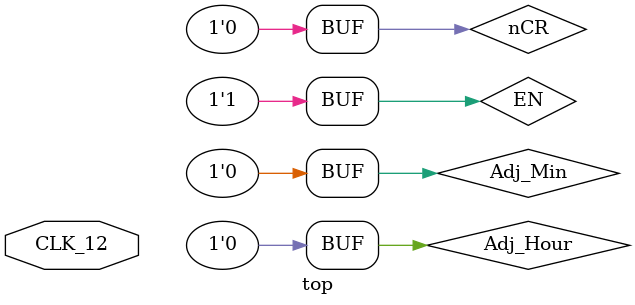
<source format=v>
`timescale 1ns / 1ps
module top(
    input CLK_12,
    );
    // 设置Adj_Min默认为低电平
    wire Adj_Min=1'b0;
    // 设置Adj_Hour默认为低电平
    wire Adj_Hour=1'b0;
    // 设置nCR复位信号默认为低电平
    wire nCR=1'b0;
    // 设置EN使能信号默认为高电平
    wire EN=1'b1;
    
    wire[7:0] Hour,Minute,Second;
    wire MinL_EN,MinH_EN,Hour_EN;
    wire CP_1Hz;
    wire[2:0] sel; 
    wire flag0,flag1;
    btn_deb B0(.clk(CLK_12),
              .btn_in(Adj_Min),
              .btn_out(flag0));
    btn_deb B1(.clk(CLK_12),
              .btn_in(Adj_Hour),
              .btn_out(flag1));
    Divider U0(.CLK_12(CLK_12),
               .nCR(nCR),
               .EN(EN),
               .CP_1Hz(CP_1Hz)
    );
    defparam U0.N=25,U0.CLK_Freq=12000000,U0.OUT_Freq=1;
    counter10 S0(.Q(Second[3:0]),
                 .nCR(nCR),
                 .EN(EN),
                 .CP_1Hz(CP_1Hz));
    counter6 S1( .Q(Second[7:4]),
                 .nCR(nCR),
                 .EN((Second[3:0]==4'h9)),
                 .CP_1Hz(CP_1Hz));
    counter10 M0(.Q(Minute[3:0]),
                 .nCR(nCR),
                 .EN(MinL_EN),
                 .CP_1Hz(CP_1Hz));
    counter6 M1(.Q(Minute[7:4]),
                 .nCR(nCR),
                 .EN(MinH_EN),
                 .CP_1Hz(CP_1Hz));
    assign MinL_EN=flag0  ? 1 : (Second==8'h59);
    assign MinH_EN=(flag0 &&(Minute[3:0]==4'h9))||((Minute[3:0]==4'h9)&&(Second==8'h59));
    assign Hour_EN=flag1 ? 1 : ((Minute==8'h59)&&(Second==8'h59));
   counter24 H0(.cntH(Hour[7:4]),
                .cntL(Hour[3:0]),
                .nCR(nCR),
                .Hour_EN(Hour_EN),
                .CP_1Hz(CP_1Hz));
    Dividerother D0(.CLK_12(CLK_12),.nCR(nCR),.sel(sel));
//    SEG_LUT u0(.Q0(Second[3:0]),
//               .Q1(Second[7:4]),
//               .Q2(Minute[3:0]),
//               .Q3(Minute[7:4]),
//               .Q4(Hour[3:0]),
//               .Q5(Hour[7:4]), 
//               .dig(dig),
//               .smg(smg),
//               .sel(sel));
    
endmodule 

</source>
